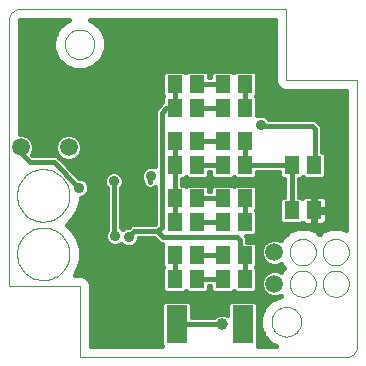
<source format=gbl>
G75*
G70*
%OFA0B0*%
%FSLAX24Y24*%
%IPPOS*%
%LPD*%
%AMOC8*
5,1,8,0,0,1.08239X$1,22.5*
%
%ADD10C,0.0000*%
%ADD11R,0.0512X0.0591*%
%ADD12R,0.0709X0.1260*%
%ADD13C,0.0591*%
%ADD14C,0.0357*%
%ADD15C,0.0160*%
%ADD16C,0.0396*%
D10*
X000454Y002675D02*
X002816Y002675D01*
X002816Y000312D01*
X011674Y000312D01*
X011713Y000314D01*
X011751Y000320D01*
X011788Y000329D01*
X011825Y000342D01*
X011860Y000359D01*
X011893Y000378D01*
X011924Y000401D01*
X011953Y000427D01*
X011979Y000456D01*
X012002Y000487D01*
X012021Y000520D01*
X012038Y000555D01*
X012051Y000592D01*
X012060Y000629D01*
X012066Y000667D01*
X012068Y000706D01*
X012068Y009564D01*
X009706Y009564D01*
X009706Y011927D01*
X000847Y011927D01*
X000808Y011925D01*
X000770Y011919D01*
X000733Y011910D01*
X000696Y011897D01*
X000661Y011880D01*
X000628Y011861D01*
X000597Y011838D01*
X000568Y011812D01*
X000542Y011783D01*
X000519Y011752D01*
X000500Y011719D01*
X000483Y011684D01*
X000470Y011647D01*
X000461Y011610D01*
X000455Y011572D01*
X000453Y011533D01*
X000454Y011533D02*
X000454Y002675D01*
X000729Y003759D02*
X000731Y003818D01*
X000737Y003877D01*
X000747Y003935D01*
X000761Y003993D01*
X000778Y004049D01*
X000800Y004104D01*
X000825Y004158D01*
X000854Y004209D01*
X000886Y004259D01*
X000921Y004306D01*
X000960Y004351D01*
X001001Y004393D01*
X001045Y004432D01*
X001092Y004469D01*
X001141Y004502D01*
X001192Y004531D01*
X001245Y004557D01*
X001300Y004580D01*
X001356Y004598D01*
X001413Y004613D01*
X001472Y004624D01*
X001530Y004631D01*
X001589Y004634D01*
X001648Y004633D01*
X001707Y004628D01*
X001766Y004619D01*
X001823Y004606D01*
X001880Y004589D01*
X001935Y004569D01*
X001989Y004545D01*
X002041Y004517D01*
X002092Y004486D01*
X002140Y004451D01*
X002185Y004413D01*
X002228Y004372D01*
X002268Y004329D01*
X002305Y004283D01*
X002339Y004234D01*
X002369Y004184D01*
X002396Y004131D01*
X002419Y004077D01*
X002439Y004021D01*
X002455Y003964D01*
X002467Y003906D01*
X002475Y003848D01*
X002479Y003789D01*
X002479Y003729D01*
X002475Y003670D01*
X002467Y003612D01*
X002455Y003554D01*
X002439Y003497D01*
X002419Y003441D01*
X002396Y003387D01*
X002369Y003334D01*
X002339Y003284D01*
X002305Y003235D01*
X002268Y003189D01*
X002228Y003146D01*
X002185Y003105D01*
X002140Y003067D01*
X002092Y003032D01*
X002042Y003001D01*
X001989Y002973D01*
X001935Y002949D01*
X001880Y002929D01*
X001823Y002912D01*
X001766Y002899D01*
X001707Y002890D01*
X001648Y002885D01*
X001589Y002884D01*
X001530Y002887D01*
X001472Y002894D01*
X001413Y002905D01*
X001356Y002920D01*
X001300Y002938D01*
X001245Y002961D01*
X001192Y002987D01*
X001141Y003016D01*
X001092Y003049D01*
X001045Y003086D01*
X001001Y003125D01*
X000960Y003167D01*
X000921Y003212D01*
X000886Y003259D01*
X000854Y003309D01*
X000825Y003360D01*
X000800Y003414D01*
X000778Y003469D01*
X000761Y003525D01*
X000747Y003583D01*
X000737Y003641D01*
X000731Y003700D01*
X000729Y003759D01*
X000729Y005709D02*
X000731Y005768D01*
X000737Y005827D01*
X000747Y005885D01*
X000761Y005943D01*
X000778Y005999D01*
X000800Y006054D01*
X000825Y006108D01*
X000854Y006159D01*
X000886Y006209D01*
X000921Y006256D01*
X000960Y006301D01*
X001001Y006343D01*
X001045Y006382D01*
X001092Y006419D01*
X001141Y006452D01*
X001192Y006481D01*
X001245Y006507D01*
X001300Y006530D01*
X001356Y006548D01*
X001413Y006563D01*
X001472Y006574D01*
X001530Y006581D01*
X001589Y006584D01*
X001648Y006583D01*
X001707Y006578D01*
X001766Y006569D01*
X001823Y006556D01*
X001880Y006539D01*
X001935Y006519D01*
X001989Y006495D01*
X002041Y006467D01*
X002092Y006436D01*
X002140Y006401D01*
X002185Y006363D01*
X002228Y006322D01*
X002268Y006279D01*
X002305Y006233D01*
X002339Y006184D01*
X002369Y006134D01*
X002396Y006081D01*
X002419Y006027D01*
X002439Y005971D01*
X002455Y005914D01*
X002467Y005856D01*
X002475Y005798D01*
X002479Y005739D01*
X002479Y005679D01*
X002475Y005620D01*
X002467Y005562D01*
X002455Y005504D01*
X002439Y005447D01*
X002419Y005391D01*
X002396Y005337D01*
X002369Y005284D01*
X002339Y005234D01*
X002305Y005185D01*
X002268Y005139D01*
X002228Y005096D01*
X002185Y005055D01*
X002140Y005017D01*
X002092Y004982D01*
X002042Y004951D01*
X001989Y004923D01*
X001935Y004899D01*
X001880Y004879D01*
X001823Y004862D01*
X001766Y004849D01*
X001707Y004840D01*
X001648Y004835D01*
X001589Y004834D01*
X001530Y004837D01*
X001472Y004844D01*
X001413Y004855D01*
X001356Y004870D01*
X001300Y004888D01*
X001245Y004911D01*
X001192Y004937D01*
X001141Y004966D01*
X001092Y004999D01*
X001045Y005036D01*
X001001Y005075D01*
X000960Y005117D01*
X000921Y005162D01*
X000886Y005209D01*
X000854Y005259D01*
X000825Y005310D01*
X000800Y005364D01*
X000778Y005419D01*
X000761Y005475D01*
X000747Y005533D01*
X000737Y005591D01*
X000731Y005650D01*
X000729Y005709D01*
X002324Y010746D02*
X002326Y010790D01*
X002332Y010834D01*
X002342Y010877D01*
X002355Y010919D01*
X002373Y010959D01*
X002394Y010998D01*
X002418Y011035D01*
X002445Y011070D01*
X002476Y011102D01*
X002509Y011131D01*
X002545Y011157D01*
X002583Y011179D01*
X002623Y011198D01*
X002664Y011214D01*
X002707Y011226D01*
X002750Y011234D01*
X002794Y011238D01*
X002838Y011238D01*
X002882Y011234D01*
X002925Y011226D01*
X002968Y011214D01*
X003009Y011198D01*
X003049Y011179D01*
X003087Y011157D01*
X003123Y011131D01*
X003156Y011102D01*
X003187Y011070D01*
X003214Y011035D01*
X003238Y010998D01*
X003259Y010959D01*
X003277Y010919D01*
X003290Y010877D01*
X003300Y010834D01*
X003306Y010790D01*
X003308Y010746D01*
X003306Y010702D01*
X003300Y010658D01*
X003290Y010615D01*
X003277Y010573D01*
X003259Y010533D01*
X003238Y010494D01*
X003214Y010457D01*
X003187Y010422D01*
X003156Y010390D01*
X003123Y010361D01*
X003087Y010335D01*
X003049Y010313D01*
X003009Y010294D01*
X002968Y010278D01*
X002925Y010266D01*
X002882Y010258D01*
X002838Y010254D01*
X002794Y010254D01*
X002750Y010258D01*
X002707Y010266D01*
X002664Y010278D01*
X002623Y010294D01*
X002583Y010313D01*
X002545Y010335D01*
X002509Y010361D01*
X002476Y010390D01*
X002445Y010422D01*
X002418Y010457D01*
X002394Y010494D01*
X002373Y010533D01*
X002355Y010573D01*
X002342Y010615D01*
X002332Y010658D01*
X002326Y010702D01*
X002324Y010746D01*
X009817Y003816D02*
X009819Y003858D01*
X009825Y003899D01*
X009835Y003939D01*
X009848Y003978D01*
X009866Y004016D01*
X009886Y004052D01*
X009910Y004086D01*
X009938Y004118D01*
X009968Y004146D01*
X010001Y004172D01*
X010035Y004194D01*
X010072Y004214D01*
X010111Y004229D01*
X010151Y004241D01*
X010192Y004249D01*
X010233Y004253D01*
X010275Y004253D01*
X010316Y004249D01*
X010357Y004241D01*
X010397Y004229D01*
X010436Y004214D01*
X010472Y004194D01*
X010507Y004172D01*
X010540Y004146D01*
X010570Y004118D01*
X010598Y004086D01*
X010622Y004052D01*
X010642Y004016D01*
X010660Y003978D01*
X010673Y003939D01*
X010683Y003899D01*
X010689Y003858D01*
X010691Y003816D01*
X010689Y003774D01*
X010683Y003733D01*
X010673Y003693D01*
X010660Y003654D01*
X010642Y003616D01*
X010622Y003580D01*
X010598Y003546D01*
X010570Y003514D01*
X010540Y003486D01*
X010507Y003460D01*
X010473Y003438D01*
X010436Y003418D01*
X010397Y003403D01*
X010357Y003391D01*
X010316Y003383D01*
X010275Y003379D01*
X010233Y003379D01*
X010192Y003383D01*
X010151Y003391D01*
X010111Y003403D01*
X010072Y003418D01*
X010036Y003438D01*
X010001Y003460D01*
X009968Y003486D01*
X009938Y003514D01*
X009910Y003546D01*
X009886Y003580D01*
X009866Y003616D01*
X009848Y003654D01*
X009835Y003693D01*
X009825Y003733D01*
X009819Y003774D01*
X009817Y003816D01*
X009817Y002766D02*
X009819Y002808D01*
X009825Y002849D01*
X009835Y002889D01*
X009848Y002928D01*
X009866Y002966D01*
X009886Y003002D01*
X009910Y003036D01*
X009938Y003068D01*
X009968Y003096D01*
X010001Y003122D01*
X010035Y003144D01*
X010072Y003164D01*
X010111Y003179D01*
X010151Y003191D01*
X010192Y003199D01*
X010233Y003203D01*
X010275Y003203D01*
X010316Y003199D01*
X010357Y003191D01*
X010397Y003179D01*
X010436Y003164D01*
X010472Y003144D01*
X010507Y003122D01*
X010540Y003096D01*
X010570Y003068D01*
X010598Y003036D01*
X010622Y003002D01*
X010642Y002966D01*
X010660Y002928D01*
X010673Y002889D01*
X010683Y002849D01*
X010689Y002808D01*
X010691Y002766D01*
X010689Y002724D01*
X010683Y002683D01*
X010673Y002643D01*
X010660Y002604D01*
X010642Y002566D01*
X010622Y002530D01*
X010598Y002496D01*
X010570Y002464D01*
X010540Y002436D01*
X010507Y002410D01*
X010473Y002388D01*
X010436Y002368D01*
X010397Y002353D01*
X010357Y002341D01*
X010316Y002333D01*
X010275Y002329D01*
X010233Y002329D01*
X010192Y002333D01*
X010151Y002341D01*
X010111Y002353D01*
X010072Y002368D01*
X010036Y002388D01*
X010001Y002410D01*
X009968Y002436D01*
X009938Y002464D01*
X009910Y002496D01*
X009886Y002530D01*
X009866Y002566D01*
X009848Y002604D01*
X009835Y002643D01*
X009825Y002683D01*
X009819Y002724D01*
X009817Y002766D01*
X009214Y001494D02*
X009216Y001538D01*
X009222Y001582D01*
X009232Y001625D01*
X009245Y001667D01*
X009263Y001707D01*
X009284Y001746D01*
X009308Y001783D01*
X009335Y001818D01*
X009366Y001850D01*
X009399Y001879D01*
X009435Y001905D01*
X009473Y001927D01*
X009513Y001946D01*
X009554Y001962D01*
X009597Y001974D01*
X009640Y001982D01*
X009684Y001986D01*
X009728Y001986D01*
X009772Y001982D01*
X009815Y001974D01*
X009858Y001962D01*
X009899Y001946D01*
X009939Y001927D01*
X009977Y001905D01*
X010013Y001879D01*
X010046Y001850D01*
X010077Y001818D01*
X010104Y001783D01*
X010128Y001746D01*
X010149Y001707D01*
X010167Y001667D01*
X010180Y001625D01*
X010190Y001582D01*
X010196Y001538D01*
X010198Y001494D01*
X010196Y001450D01*
X010190Y001406D01*
X010180Y001363D01*
X010167Y001321D01*
X010149Y001281D01*
X010128Y001242D01*
X010104Y001205D01*
X010077Y001170D01*
X010046Y001138D01*
X010013Y001109D01*
X009977Y001083D01*
X009939Y001061D01*
X009899Y001042D01*
X009858Y001026D01*
X009815Y001014D01*
X009772Y001006D01*
X009728Y001002D01*
X009684Y001002D01*
X009640Y001006D01*
X009597Y001014D01*
X009554Y001026D01*
X009513Y001042D01*
X009473Y001061D01*
X009435Y001083D01*
X009399Y001109D01*
X009366Y001138D01*
X009335Y001170D01*
X009308Y001205D01*
X009284Y001242D01*
X009263Y001281D01*
X009245Y001321D01*
X009232Y001363D01*
X009222Y001406D01*
X009216Y001450D01*
X009214Y001494D01*
X010917Y002766D02*
X010919Y002808D01*
X010925Y002849D01*
X010935Y002889D01*
X010948Y002928D01*
X010966Y002966D01*
X010986Y003002D01*
X011010Y003036D01*
X011038Y003068D01*
X011068Y003096D01*
X011101Y003122D01*
X011135Y003144D01*
X011172Y003164D01*
X011211Y003179D01*
X011251Y003191D01*
X011292Y003199D01*
X011333Y003203D01*
X011375Y003203D01*
X011416Y003199D01*
X011457Y003191D01*
X011497Y003179D01*
X011536Y003164D01*
X011572Y003144D01*
X011607Y003122D01*
X011640Y003096D01*
X011670Y003068D01*
X011698Y003036D01*
X011722Y003002D01*
X011742Y002966D01*
X011760Y002928D01*
X011773Y002889D01*
X011783Y002849D01*
X011789Y002808D01*
X011791Y002766D01*
X011789Y002724D01*
X011783Y002683D01*
X011773Y002643D01*
X011760Y002604D01*
X011742Y002566D01*
X011722Y002530D01*
X011698Y002496D01*
X011670Y002464D01*
X011640Y002436D01*
X011607Y002410D01*
X011573Y002388D01*
X011536Y002368D01*
X011497Y002353D01*
X011457Y002341D01*
X011416Y002333D01*
X011375Y002329D01*
X011333Y002329D01*
X011292Y002333D01*
X011251Y002341D01*
X011211Y002353D01*
X011172Y002368D01*
X011136Y002388D01*
X011101Y002410D01*
X011068Y002436D01*
X011038Y002464D01*
X011010Y002496D01*
X010986Y002530D01*
X010966Y002566D01*
X010948Y002604D01*
X010935Y002643D01*
X010925Y002683D01*
X010919Y002724D01*
X010917Y002766D01*
X010917Y003816D02*
X010919Y003858D01*
X010925Y003899D01*
X010935Y003939D01*
X010948Y003978D01*
X010966Y004016D01*
X010986Y004052D01*
X011010Y004086D01*
X011038Y004118D01*
X011068Y004146D01*
X011101Y004172D01*
X011135Y004194D01*
X011172Y004214D01*
X011211Y004229D01*
X011251Y004241D01*
X011292Y004249D01*
X011333Y004253D01*
X011375Y004253D01*
X011416Y004249D01*
X011457Y004241D01*
X011497Y004229D01*
X011536Y004214D01*
X011572Y004194D01*
X011607Y004172D01*
X011640Y004146D01*
X011670Y004118D01*
X011698Y004086D01*
X011722Y004052D01*
X011742Y004016D01*
X011760Y003978D01*
X011773Y003939D01*
X011783Y003899D01*
X011789Y003858D01*
X011791Y003816D01*
X011789Y003774D01*
X011783Y003733D01*
X011773Y003693D01*
X011760Y003654D01*
X011742Y003616D01*
X011722Y003580D01*
X011698Y003546D01*
X011670Y003514D01*
X011640Y003486D01*
X011607Y003460D01*
X011573Y003438D01*
X011536Y003418D01*
X011497Y003403D01*
X011457Y003391D01*
X011416Y003383D01*
X011375Y003379D01*
X011333Y003379D01*
X011292Y003383D01*
X011251Y003391D01*
X011211Y003403D01*
X011172Y003418D01*
X011136Y003438D01*
X011101Y003460D01*
X011068Y003486D01*
X011038Y003514D01*
X011010Y003546D01*
X010986Y003580D01*
X010966Y003616D01*
X010948Y003654D01*
X010935Y003693D01*
X010925Y003733D01*
X010919Y003774D01*
X010917Y003816D01*
D11*
X010628Y005212D03*
X009880Y005212D03*
X009880Y006712D03*
X010628Y006712D03*
X008328Y006712D03*
X007580Y006712D03*
X007580Y007512D03*
X008328Y007512D03*
X008328Y008612D03*
X008328Y009412D03*
X007580Y009412D03*
X007580Y008612D03*
X006728Y008612D03*
X006728Y009412D03*
X005980Y009412D03*
X005980Y008612D03*
X005980Y007512D03*
X006728Y007512D03*
X006728Y006712D03*
X005980Y006712D03*
X005980Y005612D03*
X006728Y005612D03*
X007580Y005612D03*
X008328Y005612D03*
X008328Y004812D03*
X007580Y004812D03*
X006728Y004812D03*
X005980Y004812D03*
X005980Y003712D03*
X006728Y003712D03*
X006728Y002912D03*
X007580Y002912D03*
X007580Y003712D03*
X008328Y003712D03*
X008328Y002912D03*
X005980Y002912D03*
D12*
X006051Y001412D03*
X008256Y001412D03*
D13*
X009304Y002766D03*
X009304Y003816D03*
X002454Y007312D03*
X001654Y007312D03*
X000854Y007312D03*
D14*
X002804Y005962D03*
X003954Y006178D03*
X004804Y006112D03*
X005204Y006362D03*
X004004Y004362D03*
X004454Y004322D03*
X008854Y008062D03*
D15*
X008904Y008012D01*
X010554Y008012D01*
X010654Y007912D01*
X010654Y006738D01*
X010628Y006712D01*
X010654Y006938D01*
X010894Y007168D02*
X010894Y007960D01*
X010857Y008048D01*
X010789Y008116D01*
X010757Y008148D01*
X010689Y008216D01*
X010601Y008252D01*
X009141Y008252D01*
X009140Y008254D01*
X009045Y008349D01*
X008921Y008401D01*
X008786Y008401D01*
X008743Y008383D01*
X008743Y008974D01*
X008705Y009012D01*
X008743Y009051D01*
X008743Y009774D01*
X008650Y009868D01*
X008005Y009868D01*
X007954Y009816D01*
X007902Y009868D01*
X007257Y009868D01*
X007164Y009774D01*
X007164Y009652D01*
X007143Y009652D01*
X007143Y009774D01*
X007050Y009868D01*
X006405Y009868D01*
X006354Y009816D01*
X006302Y009868D01*
X005657Y009868D01*
X005564Y009774D01*
X005564Y009051D01*
X005602Y009012D01*
X005564Y008974D01*
X005564Y008812D01*
X005418Y008666D01*
X005350Y008598D01*
X005314Y008510D01*
X005314Y006683D01*
X005271Y006701D01*
X005136Y006701D01*
X005012Y006649D01*
X004917Y006554D01*
X004865Y006430D01*
X004865Y006295D01*
X004911Y006183D01*
X004909Y006174D01*
X004923Y006080D01*
X004972Y005998D01*
X005049Y005941D01*
X005142Y005918D01*
X005236Y005932D01*
X005314Y005979D01*
X005314Y004762D01*
X005304Y004752D01*
X004692Y004752D01*
X004596Y004752D01*
X004508Y004716D01*
X004453Y004660D01*
X004386Y004660D01*
X004262Y004609D01*
X004249Y004596D01*
X004195Y004649D01*
X004194Y004650D01*
X004194Y005940D01*
X004240Y005986D01*
X004292Y006111D01*
X004292Y006246D01*
X004240Y006370D01*
X004145Y006465D01*
X004021Y006517D01*
X003886Y006517D01*
X003762Y006465D01*
X003667Y006370D01*
X003615Y006246D01*
X003615Y006111D01*
X003667Y005986D01*
X003714Y005940D01*
X003714Y004547D01*
X003665Y004430D01*
X003665Y004295D01*
X003717Y004171D01*
X003812Y004076D01*
X003936Y004024D01*
X004071Y004024D01*
X004195Y004076D01*
X004208Y004089D01*
X004262Y004035D01*
X004386Y003983D01*
X004521Y003983D01*
X004645Y004035D01*
X004740Y004130D01*
X004792Y004255D01*
X004792Y004272D01*
X005304Y004272D01*
X005468Y004109D01*
X005556Y004072D01*
X005564Y004072D01*
X005564Y003351D01*
X005602Y003312D01*
X005564Y003274D01*
X005564Y002551D01*
X005657Y002457D01*
X006302Y002457D01*
X006354Y002509D01*
X006405Y002457D01*
X007050Y002457D01*
X007143Y002551D01*
X007143Y002672D01*
X007164Y002672D01*
X007164Y002551D01*
X007257Y002457D01*
X007902Y002457D01*
X007954Y002509D01*
X008005Y002457D01*
X008650Y002457D01*
X008743Y002551D01*
X008743Y003274D01*
X008705Y003312D01*
X008743Y003351D01*
X008743Y004074D01*
X008650Y004168D01*
X008394Y004168D01*
X008394Y004260D01*
X008357Y004348D01*
X008348Y004357D01*
X008650Y004357D01*
X008743Y004451D01*
X008743Y005174D01*
X008705Y005212D01*
X008743Y005251D01*
X008743Y005974D01*
X008650Y006068D01*
X008005Y006068D01*
X007954Y006016D01*
X007902Y006068D01*
X007257Y006068D01*
X007164Y005974D01*
X007164Y005852D01*
X007143Y005852D01*
X007143Y005974D01*
X007050Y006068D01*
X006405Y006068D01*
X006354Y006016D01*
X006302Y006068D01*
X006219Y006068D01*
X006219Y006257D01*
X006302Y006257D01*
X006354Y006309D01*
X006405Y006257D01*
X007050Y006257D01*
X007143Y006351D01*
X007143Y006472D01*
X007164Y006472D01*
X007164Y006351D01*
X007257Y006257D01*
X007902Y006257D01*
X007954Y006309D01*
X008005Y006257D01*
X008650Y006257D01*
X008743Y006351D01*
X008743Y006472D01*
X009464Y006472D01*
X009464Y006351D01*
X009557Y006257D01*
X009640Y006257D01*
X009640Y005668D01*
X009557Y005668D01*
X009464Y005574D01*
X009464Y004851D01*
X009557Y004757D01*
X010202Y004757D01*
X010239Y004795D01*
X010261Y004773D01*
X010302Y004749D01*
X010348Y004737D01*
X010580Y004737D01*
X010580Y005164D01*
X010676Y005164D01*
X010676Y005260D01*
X011063Y005260D01*
X011063Y005531D01*
X011051Y005577D01*
X011027Y005618D01*
X010994Y005652D01*
X010953Y005675D01*
X010907Y005688D01*
X010676Y005688D01*
X010676Y005261D01*
X010580Y005261D01*
X010580Y005688D01*
X010348Y005688D01*
X010302Y005675D01*
X010261Y005652D01*
X010239Y005630D01*
X010202Y005668D01*
X010119Y005668D01*
X010119Y006257D01*
X010202Y006257D01*
X010254Y006309D01*
X010305Y006257D01*
X010950Y006257D01*
X011043Y006351D01*
X011043Y007074D01*
X010950Y007168D01*
X010894Y007168D01*
X010988Y007130D02*
X011688Y007130D01*
X011688Y006971D02*
X011043Y006971D01*
X011043Y006813D02*
X011688Y006813D01*
X011688Y006654D02*
X011043Y006654D01*
X011043Y006496D02*
X011688Y006496D01*
X011688Y006337D02*
X011030Y006337D01*
X011688Y006179D02*
X010119Y006179D01*
X010119Y006020D02*
X011688Y006020D01*
X011688Y005861D02*
X010119Y005861D01*
X010119Y005703D02*
X011688Y005703D01*
X011688Y005544D02*
X011060Y005544D01*
X011063Y005386D02*
X011688Y005386D01*
X011688Y005227D02*
X010676Y005227D01*
X010676Y005164D02*
X011063Y005164D01*
X011063Y004893D01*
X011051Y004848D01*
X011027Y004807D01*
X010994Y004773D01*
X010953Y004749D01*
X010907Y004737D01*
X010676Y004737D01*
X010676Y005164D01*
X010676Y005069D02*
X010580Y005069D01*
X010580Y004910D02*
X010676Y004910D01*
X010676Y004752D02*
X010580Y004752D01*
X010416Y004633D02*
X010091Y004633D01*
X009790Y004509D01*
X009561Y004279D01*
X009533Y004213D01*
X009394Y004271D01*
X009213Y004271D01*
X009046Y004202D01*
X008918Y004073D01*
X008848Y003906D01*
X008848Y003725D01*
X008918Y003558D01*
X009046Y003430D01*
X009213Y003360D01*
X009394Y003360D01*
X009533Y003418D01*
X009561Y003353D01*
X009622Y003291D01*
X009561Y003229D01*
X009533Y003163D01*
X009394Y003221D01*
X009213Y003221D01*
X009046Y003152D01*
X008918Y003023D01*
X008848Y002856D01*
X008848Y002675D01*
X008918Y002508D01*
X009046Y002380D01*
X009213Y002310D01*
X009394Y002310D01*
X009533Y002368D01*
X009534Y002366D01*
X009532Y002366D01*
X009211Y002233D01*
X008966Y001988D01*
X008833Y001667D01*
X008833Y001320D01*
X008966Y000999D01*
X009211Y000754D01*
X009361Y000692D01*
X008746Y000692D01*
X008770Y000716D01*
X008770Y002109D01*
X008676Y002202D01*
X007835Y002202D01*
X007742Y002109D01*
X007742Y001722D01*
X007625Y001771D01*
X007482Y001771D01*
X007351Y001716D01*
X007287Y001652D01*
X006565Y001652D01*
X006565Y002109D01*
X006472Y002202D01*
X005631Y002202D01*
X005537Y002109D01*
X005537Y000716D01*
X005561Y000692D01*
X003196Y000692D01*
X003196Y002750D01*
X003138Y002890D01*
X003031Y002997D01*
X002891Y003055D01*
X002740Y003055D01*
X002646Y003055D01*
X002773Y003275D01*
X002859Y003594D01*
X002859Y003925D01*
X002773Y004244D01*
X002608Y004530D01*
X002403Y004734D01*
X002608Y004939D01*
X002773Y005225D01*
X002859Y005544D01*
X002859Y005624D01*
X002871Y005624D01*
X002995Y005676D01*
X003090Y005771D01*
X003142Y005895D01*
X003142Y006030D01*
X003090Y006154D01*
X002995Y006249D01*
X002871Y006301D01*
X002805Y006301D01*
X002089Y007016D01*
X002001Y007052D01*
X001906Y007052D01*
X001253Y007052D01*
X001243Y007063D01*
X001309Y007222D01*
X001309Y007403D01*
X001239Y007570D01*
X001111Y007698D01*
X000944Y007768D01*
X000834Y007768D01*
X000834Y011457D01*
X000834Y011533D01*
X000834Y011536D01*
X000836Y011541D01*
X000840Y011544D01*
X000845Y011546D01*
X000847Y011547D01*
X000923Y011547D01*
X002471Y011547D01*
X002322Y011485D01*
X002076Y011240D01*
X001944Y010919D01*
X001944Y010572D01*
X002076Y010251D01*
X002322Y010006D01*
X002642Y009873D01*
X002989Y009873D01*
X003310Y010006D01*
X003555Y010251D01*
X003688Y010572D01*
X003688Y010919D01*
X003555Y011240D01*
X003310Y011485D01*
X003161Y011547D01*
X009326Y011547D01*
X009326Y009489D01*
X009383Y009349D01*
X009490Y009242D01*
X009630Y009184D01*
X009781Y009184D01*
X011688Y009184D01*
X011688Y004562D01*
X011516Y004633D01*
X011191Y004633D01*
X010890Y004509D01*
X010804Y004422D01*
X010717Y004509D01*
X010416Y004633D01*
X010513Y004593D02*
X011095Y004593D01*
X010957Y004752D02*
X011688Y004752D01*
X011688Y004910D02*
X011063Y004910D01*
X011063Y005069D02*
X011688Y005069D01*
X011688Y004593D02*
X011612Y004593D01*
X010816Y004435D02*
X010791Y004435D01*
X010298Y004752D02*
X008743Y004752D01*
X008743Y004910D02*
X009464Y004910D01*
X009464Y005069D02*
X008743Y005069D01*
X008720Y005227D02*
X009464Y005227D01*
X009464Y005386D02*
X008743Y005386D01*
X008743Y005544D02*
X009464Y005544D01*
X009640Y005703D02*
X008743Y005703D01*
X008743Y005861D02*
X009640Y005861D01*
X009640Y006020D02*
X008697Y006020D01*
X008730Y006337D02*
X009477Y006337D01*
X009640Y006179D02*
X006219Y006179D01*
X006349Y006020D02*
X006358Y006020D01*
X006728Y005612D02*
X007580Y005612D01*
X007164Y005861D02*
X007143Y005861D01*
X007097Y006020D02*
X007210Y006020D01*
X007177Y006337D02*
X007130Y006337D01*
X006728Y006712D02*
X007580Y006712D01*
X007949Y006020D02*
X007958Y006020D01*
X008328Y005612D02*
X008328Y004812D01*
X008354Y004812D01*
X008743Y004593D02*
X009995Y004593D01*
X009716Y004435D02*
X008727Y004435D01*
X008700Y004117D02*
X008962Y004117D01*
X008870Y003959D02*
X008743Y003959D01*
X008743Y003800D02*
X008848Y003800D01*
X008883Y003642D02*
X008743Y003642D01*
X008743Y003483D02*
X008992Y003483D01*
X008717Y003325D02*
X009588Y003325D01*
X009535Y003166D02*
X009526Y003166D01*
X009081Y003166D02*
X008743Y003166D01*
X008743Y003008D02*
X008911Y003008D01*
X008848Y002849D02*
X008743Y002849D01*
X008743Y002691D02*
X008848Y002691D01*
X008907Y002532D02*
X008725Y002532D01*
X009060Y002374D02*
X003196Y002374D01*
X003196Y002532D02*
X005582Y002532D01*
X005564Y002691D02*
X003196Y002691D01*
X003155Y002849D02*
X005564Y002849D01*
X005564Y003008D02*
X003005Y003008D01*
X002710Y003166D02*
X005564Y003166D01*
X005590Y003325D02*
X002786Y003325D01*
X002829Y003483D02*
X005564Y003483D01*
X005564Y003642D02*
X002859Y003642D01*
X002859Y003800D02*
X005564Y003800D01*
X005564Y003959D02*
X002849Y003959D01*
X002807Y004117D02*
X003770Y004117D01*
X003673Y004276D02*
X002754Y004276D01*
X002663Y004435D02*
X003667Y004435D01*
X003714Y004593D02*
X002544Y004593D01*
X002421Y004752D02*
X003714Y004752D01*
X003714Y004910D02*
X002579Y004910D01*
X002683Y005069D02*
X003714Y005069D01*
X003714Y005227D02*
X002774Y005227D01*
X002816Y005386D02*
X003714Y005386D01*
X003714Y005544D02*
X002859Y005544D01*
X003023Y005703D02*
X003714Y005703D01*
X003714Y005861D02*
X003128Y005861D01*
X003142Y006020D02*
X003653Y006020D01*
X003615Y006179D02*
X003066Y006179D01*
X002768Y006337D02*
X003653Y006337D01*
X003836Y006496D02*
X002610Y006496D01*
X002451Y006654D02*
X005024Y006654D01*
X004892Y006496D02*
X004071Y006496D01*
X004254Y006337D02*
X004865Y006337D01*
X004910Y006179D02*
X004292Y006179D01*
X004254Y006020D02*
X004959Y006020D01*
X005154Y006162D02*
X005204Y006362D01*
X005314Y006813D02*
X002293Y006813D01*
X002363Y006857D02*
X002196Y006926D01*
X002068Y007055D01*
X001998Y007222D01*
X001998Y007403D01*
X002068Y007570D01*
X002196Y007698D01*
X002363Y007768D01*
X002544Y007768D01*
X002711Y007698D01*
X002839Y007570D01*
X002909Y007403D01*
X002909Y007222D01*
X002839Y007055D01*
X002711Y006926D01*
X002544Y006857D01*
X002363Y006857D01*
X002151Y006971D02*
X002134Y006971D01*
X002036Y007130D02*
X001271Y007130D01*
X001309Y007288D02*
X001998Y007288D01*
X002016Y007447D02*
X001291Y007447D01*
X001204Y007605D02*
X002103Y007605D01*
X002354Y007764D02*
X000953Y007764D01*
X000834Y007923D02*
X005314Y007923D01*
X005314Y008081D02*
X000834Y008081D01*
X000834Y008240D02*
X005314Y008240D01*
X005314Y008398D02*
X000834Y008398D01*
X000834Y008557D02*
X005333Y008557D01*
X005467Y008715D02*
X000834Y008715D01*
X000834Y008874D02*
X005564Y008874D01*
X005582Y009032D02*
X000834Y009032D01*
X000834Y009191D02*
X005564Y009191D01*
X005564Y009349D02*
X000834Y009349D01*
X000834Y009508D02*
X005564Y009508D01*
X005564Y009666D02*
X000834Y009666D01*
X000834Y009825D02*
X005615Y009825D01*
X005980Y009412D02*
X005980Y008612D01*
X005704Y008612D01*
X005554Y008462D01*
X005554Y004662D01*
X005404Y004512D01*
X004644Y004512D01*
X004454Y004322D01*
X004728Y004117D02*
X005459Y004117D01*
X005604Y004312D02*
X005404Y004512D01*
X005604Y004312D02*
X008054Y004312D01*
X008154Y004212D01*
X008154Y003886D01*
X008328Y003712D01*
X008328Y002912D01*
X007580Y002912D02*
X006728Y002912D01*
X007125Y002532D02*
X007182Y002532D01*
X007742Y002056D02*
X006565Y002056D01*
X006565Y001898D02*
X007742Y001898D01*
X007742Y001739D02*
X007700Y001739D01*
X007407Y001739D02*
X006565Y001739D01*
X006051Y001412D02*
X007554Y001412D01*
X008056Y001412D02*
X008254Y001312D01*
X008256Y001412D01*
X008256Y001415D01*
X008770Y001422D02*
X008833Y001422D01*
X008857Y001264D02*
X008770Y001264D01*
X008770Y001105D02*
X008922Y001105D01*
X009019Y000947D02*
X008770Y000947D01*
X008770Y000788D02*
X009178Y000788D01*
X008833Y001581D02*
X008770Y001581D01*
X008770Y001739D02*
X008863Y001739D01*
X008929Y001898D02*
X008770Y001898D01*
X008770Y002056D02*
X009035Y002056D01*
X009194Y002215D02*
X003196Y002215D01*
X003196Y002056D02*
X005537Y002056D01*
X005537Y001898D02*
X003196Y001898D01*
X003196Y001739D02*
X005537Y001739D01*
X005537Y001581D02*
X003196Y001581D01*
X003196Y001422D02*
X005537Y001422D01*
X005537Y001264D02*
X003196Y001264D01*
X003196Y001105D02*
X005537Y001105D01*
X005537Y000947D02*
X003196Y000947D01*
X003196Y000788D02*
X005537Y000788D01*
X005980Y002912D02*
X005980Y003712D01*
X005954Y003712D01*
X006728Y003712D02*
X007580Y003712D01*
X008387Y004276D02*
X009559Y004276D01*
X009880Y005212D02*
X009880Y006712D01*
X008328Y006712D01*
X008328Y007512D01*
X007580Y007512D02*
X006728Y007512D01*
X005980Y007512D02*
X005980Y006712D01*
X005954Y006712D01*
X005980Y006712D02*
X005980Y005612D01*
X005980Y004812D01*
X005314Y004910D02*
X004194Y004910D01*
X004194Y004752D02*
X004595Y004752D01*
X004194Y005069D02*
X005314Y005069D01*
X005314Y005227D02*
X004194Y005227D01*
X004194Y005386D02*
X005314Y005386D01*
X005314Y005544D02*
X004194Y005544D01*
X004194Y005703D02*
X005314Y005703D01*
X005314Y005861D02*
X004194Y005861D01*
X003954Y006178D02*
X003954Y004412D01*
X004004Y004362D01*
X002804Y005962D02*
X001954Y006812D01*
X001154Y006812D01*
X000854Y007112D01*
X000854Y007312D01*
X002553Y007764D02*
X005314Y007764D01*
X005314Y007605D02*
X002804Y007605D01*
X002891Y007447D02*
X005314Y007447D01*
X005314Y007288D02*
X002909Y007288D01*
X002871Y007130D02*
X005314Y007130D01*
X005314Y006971D02*
X002756Y006971D01*
X002376Y009984D02*
X000834Y009984D01*
X000834Y010142D02*
X002186Y010142D01*
X002056Y010301D02*
X000834Y010301D01*
X000834Y010459D02*
X001990Y010459D01*
X001944Y010618D02*
X000834Y010618D01*
X000834Y010776D02*
X001944Y010776D01*
X001950Y010935D02*
X000834Y010935D01*
X000834Y011093D02*
X002016Y011093D01*
X002089Y011252D02*
X000834Y011252D01*
X000834Y011410D02*
X002247Y011410D01*
X003384Y011410D02*
X009326Y011410D01*
X009326Y011252D02*
X003543Y011252D01*
X003616Y011093D02*
X009326Y011093D01*
X009326Y010935D02*
X003681Y010935D01*
X003688Y010776D02*
X009326Y010776D01*
X009326Y010618D02*
X003688Y010618D01*
X003641Y010459D02*
X009326Y010459D01*
X009326Y010301D02*
X003575Y010301D01*
X003446Y010142D02*
X009326Y010142D01*
X009326Y009984D02*
X003255Y009984D01*
X006344Y009825D02*
X006363Y009825D01*
X006728Y009412D02*
X007580Y009412D01*
X007164Y009666D02*
X007143Y009666D01*
X007092Y009825D02*
X007215Y009825D01*
X007944Y009825D02*
X007963Y009825D01*
X008328Y009412D02*
X008328Y008612D01*
X008354Y008612D01*
X008743Y008557D02*
X011688Y008557D01*
X011688Y008398D02*
X008927Y008398D01*
X008780Y008398D02*
X008743Y008398D01*
X008743Y008715D02*
X011688Y008715D01*
X011688Y008874D02*
X008743Y008874D01*
X008725Y009032D02*
X011688Y009032D01*
X011688Y008240D02*
X010632Y008240D01*
X010824Y008081D02*
X011688Y008081D01*
X011688Y007923D02*
X010894Y007923D01*
X010894Y007764D02*
X011688Y007764D01*
X011688Y007605D02*
X010894Y007605D01*
X010894Y007447D02*
X011688Y007447D01*
X011688Y007288D02*
X010894Y007288D01*
X010676Y005544D02*
X010580Y005544D01*
X010580Y005386D02*
X010676Y005386D01*
X007580Y004812D02*
X006728Y004812D01*
X006728Y008612D02*
X007580Y008612D01*
X008743Y009191D02*
X009614Y009191D01*
X009383Y009349D02*
X008743Y009349D01*
X008743Y009508D02*
X009326Y009508D01*
X009326Y009666D02*
X008743Y009666D01*
X008692Y009825D02*
X009326Y009825D01*
D16*
X008354Y008612D03*
X005954Y006712D03*
X005154Y008062D03*
X004304Y008062D03*
X003254Y008112D03*
X003104Y004312D03*
X005954Y003712D03*
X007554Y001412D03*
X008254Y001312D03*
X008354Y004812D03*
M02*

</source>
